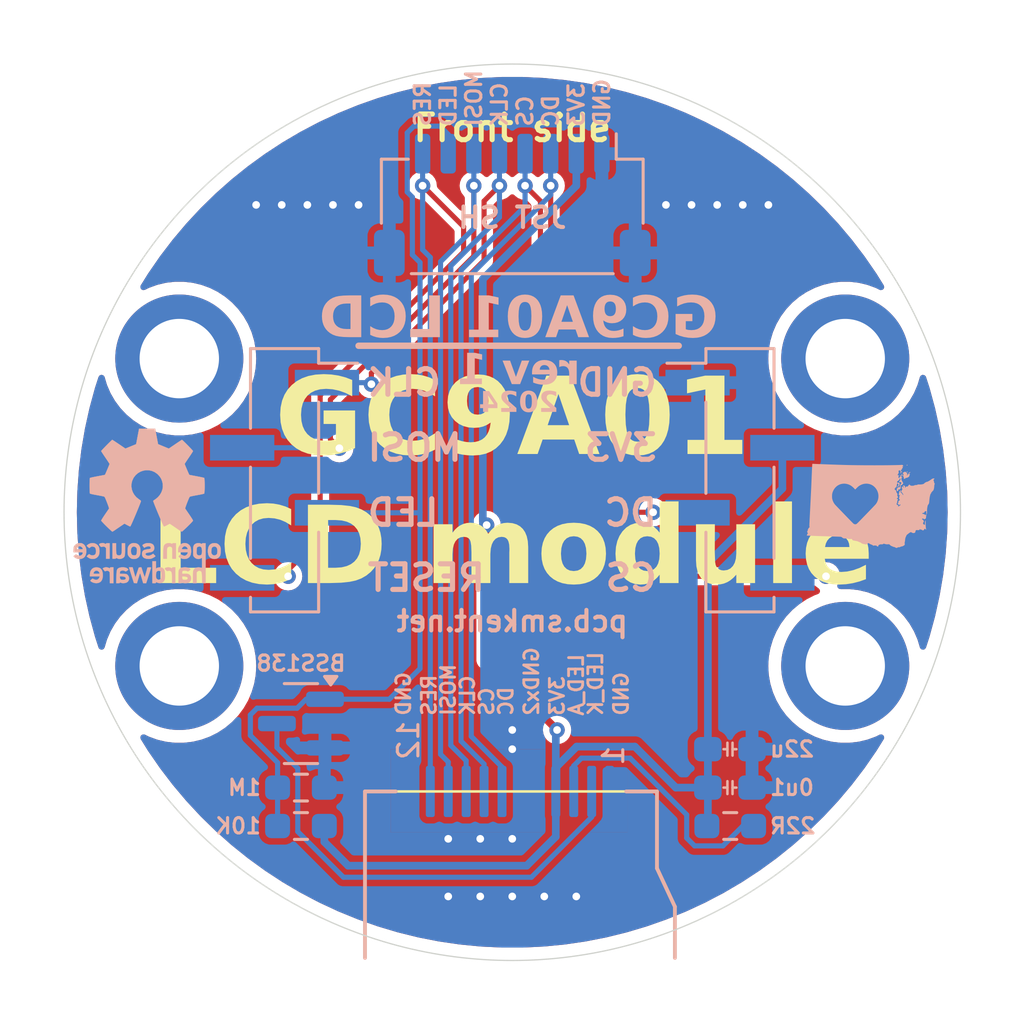
<source format=kicad_pcb>
(kicad_pcb (version 20240108) (generator "pcbnew") (generator_version "8.0")
  (layers (0 "F.Cu" signal) (31 "B.Cu" signal) (34 "B.Paste" user) (35 "F.Paste" user) (36 "B.SilkS" user "B.Silkscreen") (37 "F.SilkS" user "F.Silkscreen") (38 "B.Mask" user) (39 "F.Mask" user) (44 "Edge.Cuts" user))
  (net 0 "")
  (net 1 "+3V3")
  (net 2 "GND")
  (net 3 "CS")
  (net 4 "DC")
  (net 5 "CLK")
  (net 6 "RESET")
  (net 7 "MOSI")
  (net 8 "BACKLIGHT_ENABLE")
  (net 9 "LED_K")
  (net 10 "/LED_A")
  (footprint "Resistor_SMD:R_0603_1608Metric_Pad0.98x0.95mm_HandSolder" (layer "B.Cu") (at 108.51 82.25)
    (property "Reference" "R1" (hide yes))
    (property "Value" "22R")
    (pad "1" smd roundrect (at -0.9125 0) (size 0.975 0.95) (layers "B.Cu" "B.Paste" "B.Mask") (net 1 "+3V3"))
    (pad "2" smd roundrect (at 0.9125 0) (size 0.975 0.95) (layers "B.Cu" "B.Paste" "B.Mask") (net 10 "/LED_A"))
  )
  (footprint "Resistor_SMD:R_0603_1608Metric_Pad0.98x0.95mm_HandSolder" (layer "B.Cu") (at 91.75 82.25 180)
    (property "Reference" "R2" (hide yes))
    (property "Value" "10K")
    (pad "1" smd roundrect (at -0.9125 0 180) (size 0.975 0.95) (layers "B.Cu" "B.Paste" "B.Mask") (net 1 "+3V3"))
    (pad "2" smd roundrect (at 0.9125 0 180) (size 0.975 0.95) (layers "B.Cu" "B.Paste" "B.Mask") (net 8 "BACKLIGHT_ENABLE"))
  )
  (footprint "mechanical:Standoff-SMTSO-M2.5-D3.1mm-P5.0mm" (layer "B.Cu") (at 87 64 180)
    (property "Reference" "REF**" (hide yes))
    (property "Value" "Standoff-SMTSO-M2.5-D3.1mm-P5.0mm" (hide yes))
    (pad "1" thru_hole circle (at 0 0 180) (size 5 5) (drill 3.1) (layers "*.Cu" "*.Mask") (clearance 0.5))
  )
  (footprint "mechanical:Standoff-SMTSO-M2.5-D3.1mm-P5.0mm" (layer "B.Cu") (at 113 64 180)
    (property "Reference" "REF**" (hide yes))
    (property "Value" "Standoff-SMTSO-M2.5-D3.1mm-P5.0mm" (hide yes))
    (pad "1" thru_hole circle (at 0 0 180) (size 5 5) (drill 3.1) (layers "*.Cu" "*.Mask") (clearance 0.5))
  )
  (footprint "graphics:wa-state-heart-5mm" (layer "B.Cu") (at 114 69.75 180)
    (property "Reference" "G***" (hide yes))
    (property "Value" "LOGO" (hide yes))
  )
  (footprint "Resistor_SMD:R_0603_1608Metric_Pad0.98x0.95mm_HandSolder" (layer "B.Cu") (at 91.75 80.75)
    (property "Reference" "R3" (hide yes))
    (property "Value" "1M")
    (pad "1" smd roundrect (at -0.9125 0) (size 0.975 0.95) (layers "B.Cu" "B.Paste" "B.Mask") (net 8 "BACKLIGHT_ENABLE"))
    (pad "2" smd roundrect (at 0.9125 0) (size 0.975 0.95) (layers "B.Cu" "B.Paste" "B.Mask") (net 2 "GND"))
  )
  (footprint "mechanical:Standoff-SMTSO-M2.5-D3.1mm-P5.0mm" (layer "B.Cu") (at 87 76 180)
    (property "Reference" "REF**" (hide yes))
    (property "Value" "Standoff-SMTSO-M2.5-D3.1mm-P5.0mm" (hide yes))
    (pad "1" thru_hole circle (at 0 0 180) (size 5 5) (drill 3.1) (layers "*.Cu" "*.Mask") (clearance 0.5))
  )
  (footprint "discrete:C_0603_1608Metric_Pad1.08x0.95mm_HandSolder" (layer "B.Cu") (at 108.5 79.25)
    (property "Reference" "C1" (hide yes))
    (property "Value" "22u")
    (pad "1" smd roundrect (at -0.8625 0) (size 1.075 0.95) (layers "B.Cu" "B.Paste" "B.Mask") (net 1 "+3V3"))
    (pad "2" smd roundrect (at 0.8625 0) (size 1.075 0.95) (layers "B.Cu" "B.Paste" "B.Mask") (net 2 "GND"))
  )
  (footprint "discrete:C_0603_1608Metric_Pad1.08x0.95mm_HandSolder" (layer "B.Cu") (at 108.5 80.75)
    (property "Reference" "C2" (hide yes))
    (property "Value" "0u1")
    (pad "1" smd roundrect (at -0.8625 0) (size 1.075 0.95) (layers "B.Cu" "B.Paste" "B.Mask") (net 1 "+3V3"))
    (pad "2" smd roundrect (at 0.8625 0) (size 1.075 0.95) (layers "B.Cu" "B.Paste" "B.Mask") (net 2 "GND"))
  )
  (footprint "Package_TO_SOT_SMD:SOT-23" (layer "B.Cu") (at 91.75 78.25 180)
    (property "Reference" "Q1" (hide yes))
    (property "Value" "BSS138")
    (pad "1" smd roundrect (at -0.9375 0.95 180) (size 1.475 0.6) (layers "B.Cu" "B.Paste" "B.Mask") (net 8 "BACKLIGHT_ENABLE"))
    (pad "2" smd roundrect (at -0.9375 -0.95 180) (size 1.475 0.6) (layers "B.Cu" "B.Paste" "B.Mask") (net 2 "GND"))
    (pad "3" smd roundrect (at 0.9375 0 180) (size 1.475 0.6) (layers "B.Cu" "B.Paste" "B.Mask") (net 9 "LED_K"))
  )
  (footprint "Connector_PinHeader_2.54mm:PinHeader_1x04_P2.54mm_Vertical_SMD_Pin1Left" (layer "B.Cu") (at 91.11 68.75 180)
    (property "Reference" "J3" (hide yes))
    (property "Value" "Pin headers")
    (pad "1" smd rect (at -1.655 3.81 180) (size 2.51 1) (layers "B.Cu" "B.Paste" "B.Mask") (net 5 "CLK"))
    (pad "2" smd rect (at 1.655 1.27 180) (size 2.51 1) (layers "B.Cu" "B.Paste" "B.Mask") (net 7 "MOSI"))
    (pad "3" smd rect (at -1.655 -1.27 180) (size 2.51 1) (layers "B.Cu" "B.Paste" "B.Mask") (net 8 "BACKLIGHT_ENABLE"))
    (pad "4" smd rect (at 1.655 -3.81 180) (size 2.51 1) (layers "B.Cu" "B.Paste" "B.Mask") (net 6 "RESET"))
  )
  (footprint "mechanical:Standoff-SMTSO-M2.5-D3.1mm-P5.0mm" (layer "B.Cu") (at 113 76 180)
    (property "Reference" "REF**" (hide yes))
    (property "Value" "Standoff-SMTSO-M2.5-D3.1mm-P5.0mm" (hide yes))
    (pad "1" thru_hole circle (at 0 0 180) (size 5 5) (drill 3.1) (layers "*.Cu" "*.Mask") (clearance 0.5))
  )
  (footprint "module:GC9A01-screen-connector-pads" (layer "B.Cu") (at 99.95 80.9 90)
    (property "Reference" "LCD1" (hide yes))
    (property "Value" "GC9A01")
    (fp_text user "12" (at 2 -4 -90) (layer "B.SilkS") (effects (font (size 0.8 0.8) (thickness 0.12)) (justify mirror)))
    (fp_text user "1" (at 1.4 4 -90) (layer "B.SilkS") (effects (font (size 0.8 0.8) (thickness 0.12)) (justify mirror)))
    (pad "1" smd roundrect (at 0 3.85 90) (size 2 0.35) (layers "B.Cu" "B.Paste" "B.Mask") (net 2 "GND"))
    (pad "2" smd roundrect (at 0 3.15 90) (size 2 0.35) (layers "B.Cu" "B.Paste" "B.Mask") (net 9 "LED_K"))
    (pad "3" smd roundrect (at 0 2.45 90) (size 2 0.35) (layers "B.Cu" "B.Paste" "B.Mask") (net 10 "/LED_A"))
    (pad "4" smd roundrect (at 0 1.75 90) (size 2 0.35) (layers "B.Cu" "B.Paste" "B.Mask") (net 1 "+3V3"))
    (pad "5" smd roundrect (at 0 1.05 90) (size 2 0.35) (layers "B.Cu" "B.Paste" "B.Mask") (net 2 "GND"))
    (pad "6" smd roundrect (at 0 0.35 90) (size 2 0.35) (layers "B.Cu" "B.Paste" "B.Mask") (net 2 "GND"))
    (pad "7" smd roundrect (at 0 -0.35 90) (size 2 0.35) (layers "B.Cu" "B.Paste" "B.Mask") (net 4 "DC"))
    (pad "8" smd roundrect (at 0 -1.05 90) (size 2 0.35) (layers "B.Cu" "B.Paste" "B.Mask") (net 3 "CS"))
    (pad "9" smd roundrect (at 0 -1.75 90) (size 2 0.35) (layers "B.Cu" "B.Paste" "B.Mask") (net 5 "CLK"))
    (pad "10" smd roundrect (at 0 -2.45 90) (size 2 0.35) (layers "B.Cu" "B.Paste" "B.Mask") (net 7 "MOSI"))
    (pad "11" smd roundrect (at 0 -3.15 90) (size 2 0.35) (layers "B.Cu" "B.Paste" "B.Mask") (net 6 "RESET"))
    (pad "12" smd roundrect (at 0 -3.85 90) (size 2 0.35) (layers "B.Cu" "B.Paste" "B.Mask") (net 2 "GND"))
  )
  (footprint "Connector_PinHeader_2.54mm:PinHeader_1x04_P2.54mm_Vertical_SMD_Pin1Right" (layer "B.Cu") (at 108.89 68.75 180)
    (property "Reference" "J2" (hide yes))
    (property "Value" "Pin headers")
    (pad "1" smd rect (at 1.655 3.81 180) (size 2.51 1) (layers "B.Cu" "B.Paste" "B.Mask") (net 2 "GND"))
    (pad "2" smd rect (at -1.655 1.27 180) (size 2.51 1) (layers "B.Cu" "B.Paste" "B.Mask") (net 1 "+3V3"))
    (pad "3" smd rect (at 1.655 -1.27 180) (size 2.51 1) (layers "B.Cu" "B.Paste" "B.Mask") (net 4 "DC"))
    (pad "4" smd rect (at -1.655 -3.81 180) (size 2.51 1) (layers "B.Cu" "B.Paste" "B.Mask") (net 3 "CS"))
  )
  (footprint "Symbol:OSHW-Logo_5.7x6mm_SilkScreen" (layer "B.Cu") (at 85.75 69.75 180)
    (property "Reference" "REF**" (hide yes))
    (property "Value" "OSHW-Logo_5.7x6mm_SilkScreen" (hide yes))
  )
  (footprint "connector:JST_SH_SM08B-SRSS-TB_1x08-1MP_P1.00mm_Horizontal" (layer "B.Cu") (at 100 58 180)
    (property "Reference" "J1")
    (property "Value" "JST SH")
    (pad "1" smd roundrect (at -3.5 2 180) (size 0.6 1.55) (layers "B.Cu" "B.Paste" "B.Mask") (net 2 "GND"))
    (pad "2" smd roundrect (at -2.5 2 180) (size 0.6 1.55) (layers "B.Cu" "B.Paste" "B.Mask") (net 1 "+3V3"))
    (pad "3" smd roundrect (at -1.5 2 180) (size 0.6 1.55) (layers "B.Cu" "B.Paste" "B.Mask") (net 4 "DC"))
    (pad "4" smd roundrect (at -0.5 2 180) (size 0.6 1.55) (layers "B.Cu" "B.Paste" "B.Mask") (net 3 "CS"))
    (pad "5" smd roundrect (at 0.5 2 180) (size 0.6 1.55) (layers "B.Cu" "B.Paste" "B.Mask") (net 5 "CLK"))
    (pad "6" smd roundrect (at 1.5 2 180) (size 0.6 1.55) (layers "B.Cu" "B.Paste" "B.Mask") (net 7 "MOSI"))
    (pad "7" smd roundrect (at 2.5 2 180) (size 0.6 1.55) (layers "B.Cu" "B.Paste" "B.Mask") (net 8 "BACKLIGHT_ENABLE"))
    (pad "8" smd roundrect (at 3.5 2 180) (size 0.6 1.55) (layers "B.Cu" "B.Paste" "B.Mask") (net 6 "RESET"))
    (pad "MP" smd roundrect (at -4.8 -1.875 180) (size 1.2 1.8) (layers "B.Cu" "B.Paste" "B.Mask") (roundrect_rratio 0.208333) (net 2 "GND"))
    (pad "MP" smd roundrect (at 4.8 -1.875 180) (size 1.2 1.8) (layers "B.Cu" "B.Paste" "B.Mask") (roundrect_rratio 0.208333) (net 2 "GND"))
  )
  (gr_line (start 106.5 63.5) (end 94 63.5) (stroke (width 0.25)) (layer "B.SilkS"))
  (gr_line (start 94.25 80.9) (end 94.25 86) (stroke (width 0.1)) (layer "F.SilkS"))
  (gr_line (start 106.35 85.75) (end 106.35 85.4) (stroke (width 0.1)) (layer "F.SilkS"))
  (gr_line (start 105.65 83.9) (end 105.65 80.9) (stroke (width 0.1)) (layer "F.SilkS"))
  (gr_line (start 94.25 80.9) (end 105.65 80.9) (stroke (width 0.1)) (layer "F.SilkS"))
  (gr_line (start 106.35 85.4) (end 105.65 83.9) (stroke (width 0.1)) (layer "F.SilkS"))
  (gr_circle (center 100 70) (end 117.5 70) (stroke (width 0.05)) (fill none) (layer "Edge.Cuts"))
  (gr_text "10K" (at 90.25 82.25 0) (layer "B.SilkS") (effects (font (size 0.6 0.6) (thickness 0.12) (bold yes)) (justify left mirror)))
  (gr_text "CLK" (at 98.25 78 90) (layer "B.SilkS") (effects (font (size 0.55 0.55) (thickness 0.11) (bold yes)) (justify right mirror)))
  (gr_text "GND" (at 103.5 55 90) (layer "B.SilkS") (effects (font (size 0.6 0.6) (thickness 0.12) (bold yes)) (justify right mirror)))
  (gr_text "DC" (at 101.5 55 90) (layer "B.SilkS") (effects (font (size 0.6 0.6) (thickness 0.12) (bold yes)) (justify right mirror)))
  (gr_text "GC9A01 LCD" (at 100.25 62.5 0) (layer "B.SilkS") (effects (font (size 1.6 1.6) (thickness 0.1)) (justify mirror)))
  (gr_text "RESET" (at 94.25 72.56 0) (layer "B.SilkS") (effects (font (size 1 1) (thickness 0.2) (bold yes)) (justify right mirror)))
  (gr_text "22u" (at 110 79.25 0) (layer "B.SilkS") (effects (font (size 0.6 0.6) (thickness 0.12) (bold yes)) (justify right mirror)))
  (gr_text "CS" (at 105.75 72.56 0) (layer "B.SilkS") (effects (font (size 1 1) (thickness 0.2) (bold yes)) (justify left mirror)))
  (gr_text "3V3" (at 101.75 78 90) (layer "B.SilkS") (effects (font (size 0.55 0.55) (thickness 0.11) (bold yes)) (justify right mirror)))
  (gr_text "LED_K" (at 103.25 78 90) (layer "B.SilkS") (effects (font (size 0.55 0.55) (thickness 0.11) (bold yes)) (justify right mirror)))
  (gr_text "1M" (at 90.25 80.75 0) (layer "B.SilkS") (effects (font (size 0.6 0.6) (thickness 0.12) (bold yes)) (justify left mirror)))
  (gr_text "0u1" (at 110 80.75 0) (layer "B.SilkS") (effects (font (size 0.6 0.6) (thickness 0.12) (bold yes)) (justify right mirror)))
  (gr_text "CLK" (at 94.25 64.94 0) (layer "B.SilkS") (effects (font (size 1 1) (thickness 0.2) (bold yes)) (justify right mirror)))
  (gr_text "CS" (at 99 78 90) (layer "B.SilkS") (effects (font (size 0.55 0.55) (thickness 0.11) (bold yes)) (justify right mirror)))
  (gr_text "3V3" (at 105.75 67.48 0) (layer "B.SilkS") (effects (font (size 1 1) (thickness 0.2) (bold yes)) (justify left mirror)))
  (gr_text "22R" (at 110 82.25 0) (layer "B.SilkS") (effects (font (size 0.6 0.6) (thickness 0.12) (bold yes)) (justify right mirror)))
  (gr_text "RES" (at 96.5 55 90) (layer "B.SilkS") (effects (font (size 0.6 0.6) (thickness 0.12) (bold yes)) (justify right mirror)))
  (gr_text "CLK" (at 99.5 55 90) (layer "B.SilkS") (effects (font (size 0.6 0.6) (thickness 0.12) (bold yes)) (justify right mirror)))
  (gr_text "JST SH" (at 100 58.5 0) (layer "B.SilkS") (effects (font (size 0.8 0.8) (thickness 0.16) (bold yes)) (justify mirror)))
  (gr_text "pcb.smkent.net" (at 100 74.25 0) (layer "B.SilkS") (effects (font (size 0.8 0.8) (thickness 0.16) (bold yes)) (justify mirror)))
  (gr_text "rev 1" (at 100.25 64.5 0) (layer "B.SilkS") (effects (font (size 1.2 1.2) (thickness 0.24) (bold yes)) (justify mirror)))
  (gr_text "GND" (at 95.75 78 90) (layer "B.SilkS") (effects (font (size 0.55 0.55) (thickness 0.11) (bold yes)) (justify right mirror)))
  (gr_text "GND" (at 105.75 64.94 0) (layer "B.SilkS") (effects (font (size 1 1) (thickness 0.2) (bold yes)) (justify left mirror)))
  (gr_text "2024" (at 100.25 65.75 0) (layer "B.SilkS") (effects (font (size 0.8 0.8) (thickness 0.24) (bold yes)) (justify mirror)))
  (gr_text "DC" (at 99.75 78 90) (layer "B.SilkS") (effects (font (size 0.55 0.55) (thickness 0.11) (bold yes)) (justify right mirror)))
  (gr_text "3V3" (at 102.5 55 90) (layer "B.SilkS") (effects (font (size 0.6 0.6) (thickness 0.12) (bold yes)) (justify right mirror)))
  (gr_text "MOSI" (at 98.5 55 90) (layer "B.SilkS") (effects (font (size 0.6 0.6) (thickness 0.12) (bold yes)) (justify right mirror)))
  (gr_text "MOSI" (at 94.25 67.48 0) (layer "B.SilkS") (effects (font (size 1 1) (thickness 0.2) (bold yes)) (justify right mirror)))
  (gr_text "BSS138" (at 91.75 76.25 0) (layer "B.SilkS") (effects (font (size 0.6 0.6) (thickness 0.12) (bold yes)) (justify bottom mirror)))
  (gr_text "LED_A" (at 102.5 78 90) (layer "B.SilkS") (effects (font (size 0.55 0.55) (thickness 0.11) (bold yes)) (justify right mirror)))
  (gr_text "MOSI" (at 97.5 78 90) (layer "B.SilkS") (effects (font (size 0.55 0.55) (thickness 0.11) (bold yes)) (justify right mirror)))
  (gr_text "GND" (at 104.25 78 90) (layer "B.SilkS") (effects (font (size 0.55 0.55) (thickness 0.11) (bold yes)) (justify right mirror)))
  (gr_text "CS" (at 100.5 55 90) (layer "B.SilkS") (effects (font (size 0.6 0.6) (thickness 0.12) (bold yes)) (justify right mirror)))
  (gr_text "DC" (at 105.75 70.02 0) (layer "B.SilkS") (effects (font (size 1 1) (thickness 0.2) (bold yes)) (justify left mirror)))
  (gr_text "LED" (at 94.25 70.02 0) (layer "B.SilkS") (effects (font (size 1 1) (thickness 0.2) (bold yes)) (justify right mirror)))
  (gr_text "RES" (at 96.75 78 90) (layer "B.SilkS") (effects (font (size 0.55 0.55) (thickness 0.11) (bold yes)) (justify right mirror)))
  (gr_text "LED" (at 97.5 55 90) (layer "B.SilkS") (effects (font (size 0.6 0.6) (thickness 0.12) (bold yes)) (justify right mirror)))
  (gr_text "GNDx2" (at 100.75 78 90) (layer "B.SilkS") (effects (font (size 0.55 0.55) (thickness 0.11) (bold yes)) (justify right mirror)))
  (gr_text "Front side" (at 100 55 0) (layer "F.SilkS") (effects (font (size 1 1) (thickness 0.2) (bold yes))))
  (gr_text "GC9A01\nLCD module" (at 100 69 0) (layer "F.SilkS") (effects (font (size 3 3) (thickness 0.1))))
  (segment (start 99 75.75) (end 99 70.5) (width 0.3) (layer "F.Cu") (net 1))
  (segment (start 101.75 78.5) (end 99 75.75) (width 0.3) (layer "F.Cu") (net 1))
  (via (at 101.75 78.5) (size 0.6) (drill 0.3) (layers "F.Cu" "B.Cu") (net 1))
  (via (at 99 70.5) (size 0.6) (drill 0.3) (layers "F.Cu" "B.Cu") (net 1))
  (segment (start 102.5 56) (end 102.5 57.25) (width 0.3) (layer "B.Cu") (net 1))
  (segment (start 107.6375 80.75) (end 107.6375 79.25) (width 0.3) (layer "B.Cu") (net 1))
  (segment (start 102.513605 79.15) (end 104.786396 79.15) (width 0.3) (layer "B.Cu") (net 1))
  (segment (start 107.6375 79.25) (end 107.6375 82.21) (width 0.3) (layer "B.Cu") (net 1))
  (segment (start 107.6375 82.21) (end 107.5975 82.25) (width 0.3) (layer "B.Cu") (net 1))
  (segment (start 101.7 80.9) (end 101.7 78.55) (width 0.3) (layer "B.Cu") (net 1))
  (segment (start 100.563604 83.8) (end 93.594674 83.8) (width 0.3) (layer "B.Cu") (net 1))
  (segment (start 101.7 80.9) (end 101.7 82.663604) (width 0.3) (layer "B.Cu") (net 1))
  (segment (start 107.6375 71.9825) (end 107.6375 79.25) (width 0.3) (layer "B.Cu") (net 1))
  (segment (start 101.7 80.9) (end 101.7 79.963605) (width 0.3) (layer "B.Cu") (net 1))
  (segment (start 98.85 70.35) (end 99 70.5) (width 0.3) (layer "B.Cu") (net 1))
  (segment (start 93.594674 83.8) (end 92.6625 82.867826) (width 0.3) (layer "B.Cu") (net 1))
  (segment (start 101.7 79.963605) (end 102.513605 79.15) (width 0.3) (layer "B.Cu") (net 1))
  (segment (start 101.7 78.55) (end 101.75 78.5) (width 0.3) (layer "B.Cu") (net 1))
  (segment (start 104.786396 79.15) (end 106.386396 80.75) (width 0.3) (layer "B.Cu") (net 1))
  (segment (start 110.545 69.075) (end 107.6375 71.9825) (width 0.3) (layer "B.Cu") (net 1))
  (segment (start 106.386396 80.75) (end 107.6375 80.75) (width 0.3) (layer "B.Cu") (net 1))
  (segment (start 101.7 82.663604) (end 100.563604 83.8) (width 0.3) (layer "B.Cu") (net 1))
  (segment (start 110.545 67.48) (end 110.545 69.075) (width 0.3) (layer "B.Cu") (net 1))
  (segment (start 92.6625 82.867826) (end 92.6625 82.25) (width 0.3) (layer "B.Cu") (net 1))
  (segment (start 102.5 57.25) (end 98.85 60.9) (width 0.3) (layer "B.Cu") (net 1))
  (segment (start 98.85 60.9) (end 98.85 70.35) (width 0.3) (layer "B.Cu") (net 1))
  (via (at 98.75 82.75) (size 0.6) (drill 0.3) (layers "F.Cu" "B.Cu") (net 2))
  (via (at 92 58) (size 0.6) (drill 0.3) (layers "F.Cu" "B.Cu") (net 2))
  (via (at 106 58) (size 0.6) (drill 0.3) (layers "F.Cu" "B.Cu") (net 2))
  (via (at 94 58) (size 0.6) (drill 0.3) (layers "F.Cu" "B.Cu") (net 2))
  (via (at 100 82.75) (size 0.6) (drill 0.3) (layers "F.Cu" "B.Cu") (net 2))
  (via (at 98.75 85) (size 0.6) (drill 0.3) (layers "F.Cu" "B.Cu") (net 2))
  (via (at 90 58) (size 0.6) (drill 0.3) (layers "F.Cu" "B.Cu") (net 2))
  (via (at 97.5 85) (size 0.6) (drill 0.3) (layers "F.Cu" "B.Cu") (net 2))
  (via (at 109 58) (size 0.6) (drill 0.3) (layers "F.Cu" "B.Cu") (net 2))
  (via (at 110 58) (size 0.6) (drill 0.3) (layers "F.Cu" "B.Cu") (net 2))
  (via (at 97.5 82.75) (size 0.6) (drill 0.3) (layers "F.Cu" "B.Cu") (net 2))
  (via (at 100 85) (size 0.6) (drill 0.3) (layers "F.Cu" "B.Cu") (net 2))
  (via (at 101.25 85) (size 0.6) (drill 0.3) (layers "F.Cu" "B.Cu") (net 2))
  (via (at 91 58) (size 0.6) (drill 0.3) (layers "F.Cu" "B.Cu") (net 2))
  (via (at 107 58) (size 0.6) (drill 0.3) (layers "F.Cu" "B.Cu") (net 2))
  (via (at 102.5 85) (size 0.6) (drill 0.3) (layers "F.Cu" "B.Cu") (net 2))
  (via (at 108 58) (size 0.6) (drill 0.3) (layers "F.Cu" "B.Cu") (net 2))
  (via (at 100 79.25) (size 0.6) (drill 0.3) (layers "F.Cu" "B.Cu") (net 2))
  (via (at 93 58) (size 0.6) (drill 0.3) (layers "F.Cu" "B.Cu") (net 2))
  (via (at 100 78.5) (size 0.6) (drill 0.3) (layers "F.Cu" "B.Cu") (net 2))
  (segment (start 101.1 57.85) (end 100.5 57.25) (width 0.2) (layer "F.Cu") (net 3))
  (segment (start 112.25 72.5) (end 106.5 72.5) (width 0.2) (layer "F.Cu") (net 3))
  (segment (start 101.1 67.1) (end 101.1 57.85) (width 0.2) (layer "F.Cu") (net 3))
  (segment (start 106.5 72.5) (end 101.1 67.1) (width 0.2) (layer "F.Cu") (net 3))
  (via (at 112.25 72.5) (size 0.6) (drill 0.3) (layers "F.Cu" "B.Cu") (net 3))
  (via (at 100.5 57.25) (size 0.6) (drill 0.3) (layers "F.Cu" "B.Cu") (net 3))
  (segment (start 98 60.547918) (end 98 78.934314) (width 0.2) (layer "B.Cu") (net 3))
  (segment (start 100.5 57.25) (end 100.5 58.047918) (width 0.2) (layer "B.Cu") (net 3))
  (segment (start 110.605 72.5) (end 110.545 72.56) (width 0.2) (layer "B.Cu") (net 3))
  (segment (start 98.9 79.834314) (end 98.9 80.9) (width 0.2) (layer "B.Cu") (net 3))
  (segment (start 100.5 58.047918) (end 98 60.547918) (width 0.2) (layer "B.Cu") (net 3))
  (segment (start 98 78.934314) (end 98.9 79.834314) (width 0.2) (layer "B.Cu") (net 3))
  (segment (start 100.5 56) (end 100.5 57.25) (width 0.2) (layer "B.Cu") (net 3))
  (segment (start 112.25 72.5) (end 110.605 72.5) (width 0.2) (layer "B.Cu") (net 3))
  (segment (start 105.5 70) (end 104.565686 70) (width 0.2) (layer "F.Cu") (net 4))
  (segment (start 101.5 66.934314) (end 101.5 57.25) (width 0.2) (layer "F.Cu") (net 4))
  (segment (start 104.565686 70) (end 101.5 66.934314) (width 0.2) (layer "F.Cu") (net 4))
  (via (at 101.5 57.25) (size 0.6) (drill 0.3) (layers "F.Cu" "B.Cu") (net 4))
  (via (at 105.5 70) (size 0.6) (drill 0.3) (layers "F.Cu" "B.Cu") (net 4))
  (segment (start 101.5 57.613604) (end 98.4 60.713604) (width 0.2) (layer "B.Cu") (net 4))
  (segment (start 98.4 78.749265) (end 99.6 79.949265) (width 0.2) (layer "B.Cu") (net 4))
  (segment (start 98.4 60.713604) (end 98.4 78.749265) (width 0.2) (layer "B.Cu") (net 4))
  (segment (start 105.52 70.02) (end 105.5 70) (width 0.2) (layer "B.Cu") (net 4))
  (segment (start 101.5 57.25) (end 101.5 57.613604) (width 0.2) (layer "B.Cu") (net 4))
  (segment (start 107.235 70.02) (end 105.52 70.02) (width 0.2) (layer "B.Cu") (net 4))
  (segment (start 101.5 56) (end 101.5 57.25) (width 0.2) (layer "B.Cu") (net 4))
  (segment (start 99.6 79.949265) (end 99.6 80.9) (width 0.2) (layer "B.Cu") (net 4))
  (segment (start 98.9 60.165686) (end 98.9 57.85) (width 0.2) (layer "F.Cu") (net 5))
  (segment (start 94.5 64.565686) (end 98.9 60.165686) (width 0.2) (layer "F.Cu") (net 5))
  (segment (start 94.5 65) (end 94.5 64.565686) (width 0.2) (layer "F.Cu") (net 5))
  (segment (start 98.9 57.85) (end 99.5 57.25) (width 0.2) (layer "F.Cu") (net 5))
  (via (at 99.5 57.25) (size 0.6) (drill 0.3) (layers "F.Cu" "B.Cu") (net 5))
  (via (at 94.5 65) (size 0.6) (drill 0.3) (layers "F.Cu" "B.Cu") (net 5))
  (segment (start 99.5 57.25) (end 99.5 58.482232) (width 0.2) (layer "B.Cu") (net 5))
  (segment (start 99.5 58.482232) (end 97.6 60.382232) (width 0.2) (layer "B.Cu") (net 5))
  (segment (start 92.765 64.94) (end 94.44 64.94) (width 0.2) (layer "B.Cu") (net 5))
  (segment (start 97.6 60.382232) (end 97.6 79.1) (width 0.2) (layer "B.Cu") (net 5))
  (segment (start 98.2 79.7) (end 98.2 80.9) (width 0.2) (layer "B.Cu") (net 5))
  (segment (start 99.5 56) (end 99.5 57.25) (width 0.2) (layer "B.Cu") (net 5))
  (segment (start 94.44 64.94) (end 94.5 65) (width 0.2) (layer "B.Cu") (net 5))
  (segment (start 97.6 79.1) (end 98.2 79.7) (width 0.2) (layer "B.Cu") (net 5))
  (segment (start 98.1 59.834314) (end 98.1 58.85) (width 0.2) (layer "F.Cu") (net 6))
  (segment (start 92.5 71) (end 92.5 65.434314) (width 0.2) (layer "F.Cu") (net 6))
  (segment (start 91.25 72.25) (end 92.5 71) (width 0.2) (layer "F.Cu") (net 6))
  (segment (start 98.1 58.85) (end 96.5 57.25) (width 0.2) (layer "F.Cu") (net 6))
  (segment (start 91.25 72.5) (end 91.25 72.25) (width 0.2) (layer "F.Cu") (net 6))
  (segment (start 92.5 65.434314) (end 98.1 59.834314) (width 0.2) (layer "F.Cu") (net 6))
  (via (at 96.5 57.25) (size 0.6) (drill 0.3) (layers "F.Cu" "B.Cu") (net 6))
  (via (at 91.25 72.5) (size 0.6) (drill 0.3) (layers "F.Cu" "B.Cu") (net 6))
  (segment (start 96.8 60.05) (end 96.8 80.9) (width 0.2) (layer "B.Cu") (net 6))
  (segment (start 89.455 72.56) (end 91.19 72.56) (width 0.2) (layer "B.Cu") (net 6))
  (segment (start 96.5 59.75) (end 96.8 60.05) (width 0.2) (layer "B.Cu") (net 6))
  (segment (start 91.19 72.56) (end 91.25 72.5) (width 0.2) (layer "B.Cu") (net 6))
  (segment (start 96.5 56) (end 96.5 57.25) (width 0.2) (layer "B.Cu") (net 6))
  (segment (start 96.5 57.25) (end 96.5 59.75) (width 0.2) (layer "B.Cu") (net 6))
  (segment (start 92.9 67.15) (end 92.9 65.6) (width 0.2) (layer "F.Cu") (net 7))
  (segment (start 93.25 67.5) (end 92.9 67.15) (width 0.2) (layer "F.Cu") (net 7))
  (segment (start 92.9 65.6) (end 98.5 60) (width 0.2) (layer "F.Cu") (net 7))
  (segment (start 98.5 60) (end 98.5 57.25) (width 0.2) (layer "F.Cu") (net 7))
  (via (at 93.25 67.5) (size 0.6) (drill 0.3) (layers "F.Cu" "B.Cu") (net 7))
  (via (at 98.5 57.25) (size 0.6) (drill 0.3) (layers "F.Cu" "B.Cu") (net 7))
  (segment (start 93.23 67.48) (end 89.455 67.48) (width 0.2) (layer "B.Cu") (net 7))
  (segment (start 97.5 79.75) (end 97.5 80.9) (width 0.2) (layer "B.Cu") (net 7))
  (segment (start 97.2 79.45) (end 97.5 79.75) (width 0.2) (layer "B.Cu") (net 7))
  (segment (start 97.2 60.216546) (end 97.2 79.45) (width 0.2) (layer "B.Cu") (net 7))
  (segment (start 98.5 58.916546) (end 97.2 60.216546) (width 0.2) (layer "B.Cu") (net 7))
  (segment (start 98.5 57.25) (end 98.5 58.916546) (width 0.2) (layer "B.Cu") (net 7))
  (segment (start 98.5 56) (end 98.5 57.25) (width 0.2) (layer "B.Cu") (net 7))
  (segment (start 93.25 67.5) (end 93.23 67.48) (width 0.2) (layer "B.Cu") (net 7))
  (segment (start 96.159448 54.925) (end 97.175 54.925) (width 0.2) (layer "B.Cu") (net 8))
  (segment (start 92.6875 77.3) (end 95.2 77.3) (width 0.2) (layer "B.Cu") (net 8))
  (segment (start 91.6 77.65) (end 90.034448 77.65) (width 0.2) (layer "B.Cu") (net 8))
  (segment (start 95.2 77.3) (end 96.4 76.1) (width 0.2) (layer "B.Cu") (net 8))
  (segment (start 89.775 77.909448) (end 89.775 78.7125) (width 0.2) (layer "B.Cu") (net 8))
  (segment (start 90.034448 77.65) (end 89.775 77.909448) (width 0.2) (layer "B.Cu") (net 8))
  (segment (start 95.9 55.184448) (end 96.159448 54.925) (width 0.2) (layer "B.Cu") (net 8))
  (segment (start 90.8375 79.775) (end 90.8375 80.75) (width 0.2) (layer "B.Cu") (net 8))
  (segment (start 90.8375 80.75) (end 90.8375 82.25) (width 0.2) (layer "B.Cu") (net 8))
  (segment (start 96.4 70) (end 96.4 60.25) (width 0.2) (layer "B.Cu") (net 8))
  (segment (start 92.6875 77.3) (end 91.95 77.3) (width 0.2) (layer "B.Cu") (net 8))
  (segment (start 91.95 77.3) (end 91.6 77.65) (width 0.2) (layer "B.Cu") (net 8))
  (segment (start 97.175 54.925) (end 97.5 55.25) (width 0.2) (layer "B.Cu") (net 8))
  (segment (start 89.775 78.7125) (end 90.8375 79.775) (width 0.2) (layer "B.Cu") (net 8))
  (segment (start 97.5 55.25) (end 97.5 56) (width 0.2) (layer "B.Cu") (net 8))
  (segment (start 96.4 76.1) (end 96.4 70) (width 0.2) (layer "B.Cu") (net 8))
  (segment (start 96.38 70.02) (end 96.4 70) (width 0.2) (layer "B.Cu") (net 8))
  (segment (start 96.4 60.25) (end 96.1 59.95) (width 0.2) (layer "B.Cu") (net 8))
  (segment (start 96.1 57.698529) (end 95.9 57.498529) (width 0.2) (layer "B.Cu") (net 8))
  (segment (start 96.1 59.95) (end 96.1 57.698529) (width 0.2) (layer "B.Cu") (net 8))
  (segment (start 95.9 57.498529) (end 95.9 55.184448) (width 0.2) (layer "B.Cu") (net 8))
  (segment (start 92.765 70.02) (end 96.38 70.02) (width 0.2) (layer "B.Cu") (net 8))
  (segment (start 100.75 84.25) (end 103.1 81.9) (width 0.2) (layer "B.Cu") (net 9))
  (segment (start 91.625 79.996814) (end 91.625 82.466722) (width 0.2) (layer "B.Cu") (net 9))
  (segment (start 93.408278 84.25) (end 100.75 84.25) (width 0.2) (layer "B.Cu") (net 9))
  (segment (start 103.1 81.9) (end 103.1 80.9) (width 0.2) (layer "B.Cu") (net 9))
  (segment (start 91.625 82.466722) (end 93.408278 84.25) (width 0.2) (layer "B.Cu") (net 9))
  (segment (start 90.8125 78.25) (end 90.8125 79.184314) (width 0.2) (layer "B.Cu") (net 9))
  (segment (start 90.8125 79.184314) (end 91.625 79.996814) (width 0.2) (layer "B.Cu") (net 9))
  (segment (start 102.4 79.900001) (end 102.700001 79.6) (width 0.2) (layer "B.Cu") (net 10))
  (segment (start 106.81 82.716722) (end 107.118278 83.025) (width 0.2) (layer "B.Cu") (net 10))
  (segment (start 102.4 80.9) (end 102.4 79.900001) (width 0.2) (layer "B.Cu") (net 10))
  (segment (start 104.6 79.6) (end 106.81 81.81) (width 0.2) (layer "B.Cu") (net 10))
  (segment (start 109 82.25) (end 109.4225 82.25) (width 0.2) (layer "B.Cu") (net 10))
  (segment (start 106.81 81.81) (end 106.81 82.716722) (width 0.2) (layer "B.Cu") (net 10))
  (segment (start 102.700001 79.6) (end 104.6 79.6) (width 0.2) (layer "B.Cu") (net 10))
  (segment (start 108.225 83.025) (end 109 82.25) (width 0.2) (layer "B.Cu") (net 10))
  (segment (start 107.118278 83.025) (end 108.225 83.025) (width 0.2) (layer "B.Cu") (net 10))
  (zone (net 2) (net_name "GND") (layers "F&B.Cu") (connect_pads (clearance 0.25)) (min_thickness 0.25) (fill yes (thermal_gap 0.25) (thermal_bridge_width 0.5))
    (polygon (pts (xy 80 50) (xy 120 50) (xy 120 90) (xy 80 90)))
  )
  (zone (net 2) (net_name "GND") (layer "B.Cu") (priority 1) (connect_pads yes (clearance 0.25)) (min_thickness 0.25) (fill yes (thermal_gap 0.5) (thermal_bridge_width 0.5) (smoothing fillet) (radius 0.5))
    (polygon (pts (xy 104.5 79.25) (xy 104.5 82.5) (xy 95.25 82.5) (xy 95.25 79.25)))
  )
)
</source>
